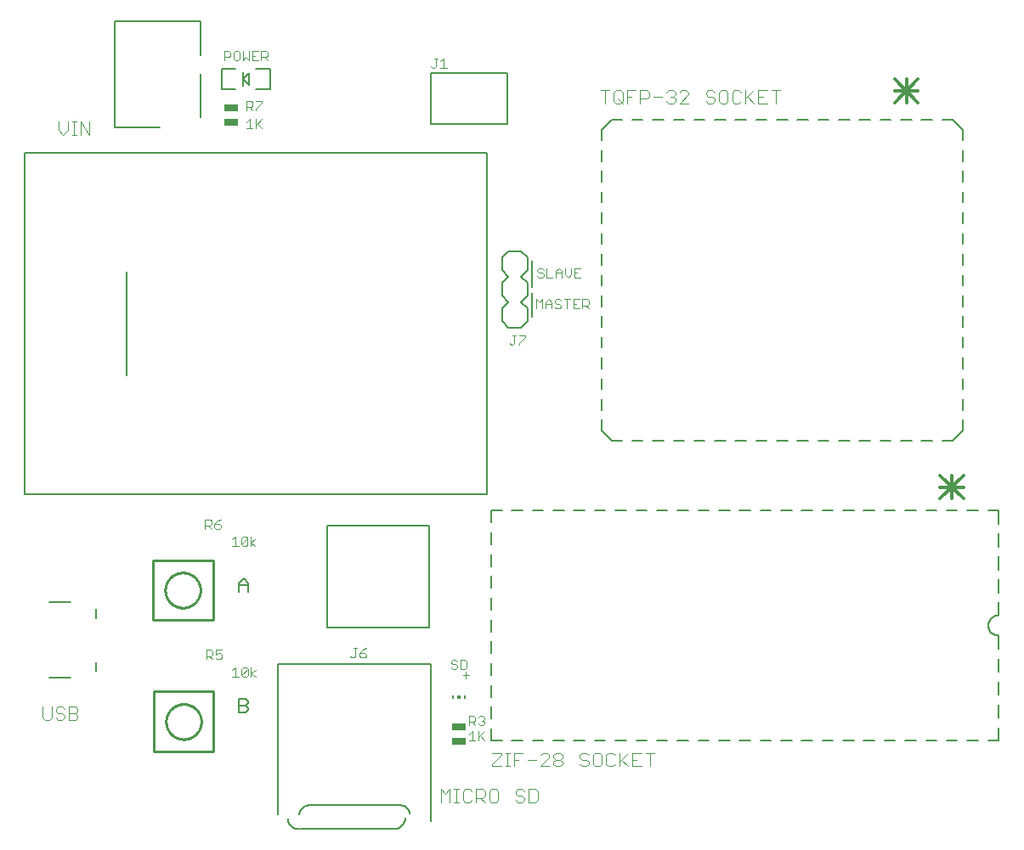
<source format=gto>
G75*
%MOIN*%
%OFA0B0*%
%FSLAX25Y25*%
%IPPOS*%
%LPD*%
%AMOC8*
5,1,8,0,0,1.08239X$1,22.5*
%
%ADD10C,0.01200*%
%ADD11C,0.00400*%
%ADD12C,0.00500*%
%ADD13C,0.00300*%
%ADD14C,0.00787*%
%ADD15R,0.00591X0.01181*%
%ADD16R,0.01181X0.01181*%
%ADD17C,0.00800*%
%ADD18R,0.05512X0.02559*%
%ADD19C,0.01000*%
%ADD20C,0.00600*%
D10*
X0370072Y0132603D02*
X0379280Y0141811D01*
X0374676Y0141811D02*
X0374676Y0132603D01*
X0379280Y0132603D02*
X0370072Y0141811D01*
X0370072Y0137207D02*
X0379280Y0137207D01*
X0361563Y0288115D02*
X0352355Y0297322D01*
X0356959Y0297322D02*
X0356959Y0288115D01*
X0352355Y0288115D02*
X0361563Y0297322D01*
X0361563Y0292718D02*
X0352355Y0292718D01*
D11*
X0018997Y0045688D02*
X0018129Y0046556D01*
X0018129Y0050893D01*
X0021599Y0050893D02*
X0021599Y0046556D01*
X0020731Y0045688D01*
X0018997Y0045688D01*
X0023286Y0046556D02*
X0024153Y0045688D01*
X0025888Y0045688D01*
X0026755Y0046556D01*
X0026755Y0047423D01*
X0025888Y0048290D01*
X0024153Y0048290D01*
X0023286Y0049158D01*
X0023286Y0050025D01*
X0024153Y0050893D01*
X0025888Y0050893D01*
X0026755Y0050025D01*
X0028442Y0050893D02*
X0028442Y0045688D01*
X0031044Y0045688D01*
X0031912Y0046556D01*
X0031912Y0047423D01*
X0031044Y0048290D01*
X0028442Y0048290D01*
X0031044Y0048290D02*
X0031912Y0049158D01*
X0031912Y0050025D01*
X0031044Y0050893D01*
X0028442Y0050893D01*
X0174428Y0018609D02*
X0174428Y0013405D01*
X0177898Y0013405D02*
X0177898Y0018609D01*
X0176163Y0016874D01*
X0174428Y0018609D01*
X0179585Y0018609D02*
X0181320Y0018609D01*
X0180452Y0018609D02*
X0180452Y0013405D01*
X0179585Y0013405D02*
X0181320Y0013405D01*
X0183022Y0014272D02*
X0183890Y0013405D01*
X0185625Y0013405D01*
X0186492Y0014272D01*
X0188179Y0013405D02*
X0188179Y0018609D01*
X0190781Y0018609D01*
X0191648Y0017742D01*
X0191648Y0016007D01*
X0190781Y0015140D01*
X0188179Y0015140D01*
X0189914Y0015140D02*
X0191648Y0013405D01*
X0193335Y0014272D02*
X0194203Y0013405D01*
X0195937Y0013405D01*
X0196805Y0014272D01*
X0196805Y0017742D01*
X0195937Y0018609D01*
X0194203Y0018609D01*
X0193335Y0017742D01*
X0193335Y0014272D01*
X0186492Y0017742D02*
X0185625Y0018609D01*
X0183890Y0018609D01*
X0183022Y0017742D01*
X0183022Y0014272D01*
X0194507Y0027578D02*
X0197977Y0027578D01*
X0199663Y0027578D02*
X0201398Y0027578D01*
X0200531Y0027578D02*
X0200531Y0032782D01*
X0201398Y0032782D02*
X0199663Y0032782D01*
X0197977Y0032782D02*
X0197977Y0031915D01*
X0194507Y0028445D01*
X0194507Y0027578D01*
X0194507Y0032782D02*
X0197977Y0032782D01*
X0203101Y0032782D02*
X0203101Y0027578D01*
X0203101Y0030180D02*
X0204836Y0030180D01*
X0203101Y0032782D02*
X0206571Y0032782D01*
X0208257Y0030180D02*
X0211727Y0030180D01*
X0213414Y0031915D02*
X0214281Y0032782D01*
X0216016Y0032782D01*
X0216884Y0031915D01*
X0216884Y0031048D01*
X0213414Y0027578D01*
X0216884Y0027578D01*
X0218570Y0028445D02*
X0218570Y0029313D01*
X0219438Y0030180D01*
X0221172Y0030180D01*
X0222040Y0029313D01*
X0222040Y0028445D01*
X0221172Y0027578D01*
X0219438Y0027578D01*
X0218570Y0028445D01*
X0219438Y0030180D02*
X0218570Y0031048D01*
X0218570Y0031915D01*
X0219438Y0032782D01*
X0221172Y0032782D01*
X0222040Y0031915D01*
X0222040Y0031048D01*
X0221172Y0030180D01*
X0228883Y0031048D02*
X0229750Y0030180D01*
X0231485Y0030180D01*
X0232353Y0029313D01*
X0232353Y0028445D01*
X0231485Y0027578D01*
X0229750Y0027578D01*
X0228883Y0028445D01*
X0228883Y0031048D02*
X0228883Y0031915D01*
X0229750Y0032782D01*
X0231485Y0032782D01*
X0232353Y0031915D01*
X0234039Y0031915D02*
X0234039Y0028445D01*
X0234907Y0027578D01*
X0236642Y0027578D01*
X0237509Y0028445D01*
X0237509Y0031915D01*
X0236642Y0032782D01*
X0234907Y0032782D01*
X0234039Y0031915D01*
X0239196Y0031915D02*
X0239196Y0028445D01*
X0240063Y0027578D01*
X0241798Y0027578D01*
X0242665Y0028445D01*
X0244352Y0027578D02*
X0244352Y0032782D01*
X0242665Y0031915D02*
X0241798Y0032782D01*
X0240063Y0032782D01*
X0239196Y0031915D01*
X0244352Y0029313D02*
X0247822Y0032782D01*
X0249509Y0032782D02*
X0249509Y0027578D01*
X0252978Y0027578D01*
X0251243Y0030180D02*
X0249509Y0030180D01*
X0249509Y0032782D02*
X0252978Y0032782D01*
X0254665Y0032782D02*
X0258135Y0032782D01*
X0256400Y0032782D02*
X0256400Y0027578D01*
X0247822Y0027578D02*
X0245220Y0030180D01*
X0212274Y0017742D02*
X0212274Y0014272D01*
X0211407Y0013405D01*
X0208804Y0013405D01*
X0208804Y0018609D01*
X0211407Y0018609D01*
X0212274Y0017742D01*
X0207118Y0017742D02*
X0206250Y0018609D01*
X0204515Y0018609D01*
X0203648Y0017742D01*
X0203648Y0016874D01*
X0204515Y0016007D01*
X0206250Y0016007D01*
X0207118Y0015140D01*
X0207118Y0014272D01*
X0206250Y0013405D01*
X0204515Y0013405D01*
X0203648Y0014272D01*
X0202498Y0193117D02*
X0203088Y0193707D01*
X0203088Y0196657D01*
X0202498Y0196657D02*
X0203678Y0196657D01*
X0204943Y0196657D02*
X0207303Y0196657D01*
X0207303Y0196067D01*
X0204943Y0193707D01*
X0204943Y0193117D01*
X0202498Y0193117D02*
X0201908Y0193117D01*
X0201318Y0193707D01*
X0238762Y0287814D02*
X0238762Y0293019D01*
X0240496Y0293019D02*
X0237027Y0293019D01*
X0242183Y0292151D02*
X0242183Y0288682D01*
X0243051Y0287814D01*
X0244785Y0287814D01*
X0245653Y0288682D01*
X0245653Y0292151D01*
X0244785Y0293019D01*
X0243051Y0293019D01*
X0242183Y0292151D01*
X0243918Y0289549D02*
X0245653Y0287814D01*
X0247340Y0287814D02*
X0247340Y0293019D01*
X0250809Y0293019D01*
X0252496Y0293019D02*
X0252496Y0287814D01*
X0252496Y0289549D02*
X0255098Y0289549D01*
X0255966Y0290416D01*
X0255966Y0292151D01*
X0255098Y0293019D01*
X0252496Y0293019D01*
X0249074Y0290416D02*
X0247340Y0290416D01*
X0257652Y0290416D02*
X0261122Y0290416D01*
X0262809Y0288682D02*
X0263676Y0287814D01*
X0265411Y0287814D01*
X0266278Y0288682D01*
X0266278Y0289549D01*
X0265411Y0290416D01*
X0264544Y0290416D01*
X0265411Y0290416D02*
X0266278Y0291284D01*
X0266278Y0292151D01*
X0265411Y0293019D01*
X0263676Y0293019D01*
X0262809Y0292151D01*
X0267965Y0292151D02*
X0268833Y0293019D01*
X0270567Y0293019D01*
X0271435Y0292151D01*
X0271435Y0291284D01*
X0267965Y0287814D01*
X0271435Y0287814D01*
X0278278Y0288682D02*
X0279145Y0287814D01*
X0280880Y0287814D01*
X0281748Y0288682D01*
X0281748Y0289549D01*
X0280880Y0290416D01*
X0279145Y0290416D01*
X0278278Y0291284D01*
X0278278Y0292151D01*
X0279145Y0293019D01*
X0280880Y0293019D01*
X0281748Y0292151D01*
X0283434Y0292151D02*
X0283434Y0288682D01*
X0284302Y0287814D01*
X0286037Y0287814D01*
X0286904Y0288682D01*
X0286904Y0292151D01*
X0286037Y0293019D01*
X0284302Y0293019D01*
X0283434Y0292151D01*
X0288591Y0292151D02*
X0288591Y0288682D01*
X0289458Y0287814D01*
X0291193Y0287814D01*
X0292060Y0288682D01*
X0293747Y0289549D02*
X0297217Y0293019D01*
X0298904Y0293019D02*
X0298904Y0287814D01*
X0302373Y0287814D01*
X0300638Y0290416D02*
X0298904Y0290416D01*
X0298904Y0293019D02*
X0302373Y0293019D01*
X0304060Y0293019D02*
X0307530Y0293019D01*
X0305795Y0293019D02*
X0305795Y0287814D01*
X0297217Y0287814D02*
X0294615Y0290416D01*
X0293747Y0287814D02*
X0293747Y0293019D01*
X0292060Y0292151D02*
X0291193Y0293019D01*
X0289458Y0293019D01*
X0288591Y0292151D01*
X0036521Y0280726D02*
X0036521Y0275521D01*
X0033051Y0280726D01*
X0033051Y0275521D01*
X0031349Y0275521D02*
X0029614Y0275521D01*
X0030481Y0275521D02*
X0030481Y0280726D01*
X0029614Y0280726D02*
X0031349Y0280726D01*
X0027927Y0280726D02*
X0027927Y0277256D01*
X0026192Y0275521D01*
X0024457Y0277256D01*
X0024457Y0280726D01*
D12*
X0011236Y0268323D02*
X0192339Y0268323D01*
X0192339Y0134465D01*
X0011236Y0134465D01*
X0011236Y0268323D01*
X0051000Y0221866D02*
X0051000Y0180921D01*
X0129819Y0122181D02*
X0169819Y0122181D01*
X0169819Y0082181D01*
X0129819Y0082181D01*
X0129819Y0122181D01*
X0098754Y0099542D02*
X0098754Y0095935D01*
X0098754Y0098640D02*
X0095148Y0098640D01*
X0095148Y0099542D02*
X0096951Y0101345D01*
X0098754Y0099542D01*
X0095148Y0099542D02*
X0095148Y0095935D01*
X0110272Y0067870D02*
X0110272Y0008677D01*
X0114372Y0007128D02*
X0114374Y0007001D01*
X0114380Y0006874D01*
X0114389Y0006748D01*
X0114403Y0006622D01*
X0114420Y0006496D01*
X0114441Y0006371D01*
X0114466Y0006246D01*
X0114494Y0006123D01*
X0114526Y0006000D01*
X0114562Y0005878D01*
X0114602Y0005758D01*
X0114645Y0005639D01*
X0114692Y0005521D01*
X0114742Y0005404D01*
X0114796Y0005289D01*
X0114853Y0005176D01*
X0114914Y0005065D01*
X0114978Y0004955D01*
X0115045Y0004848D01*
X0115115Y0004742D01*
X0115189Y0004639D01*
X0115266Y0004538D01*
X0115346Y0004439D01*
X0115428Y0004343D01*
X0115514Y0004249D01*
X0115602Y0004158D01*
X0115693Y0004070D01*
X0115787Y0003984D01*
X0115883Y0003902D01*
X0115982Y0003822D01*
X0116083Y0003745D01*
X0116186Y0003671D01*
X0116292Y0003601D01*
X0116399Y0003534D01*
X0116509Y0003470D01*
X0116620Y0003409D01*
X0116733Y0003352D01*
X0116848Y0003298D01*
X0116965Y0003248D01*
X0117083Y0003201D01*
X0117202Y0003158D01*
X0117322Y0003118D01*
X0117444Y0003082D01*
X0117567Y0003050D01*
X0117690Y0003022D01*
X0117815Y0002997D01*
X0117940Y0002976D01*
X0118066Y0002959D01*
X0118192Y0002945D01*
X0118318Y0002936D01*
X0118445Y0002930D01*
X0118572Y0002928D01*
X0118872Y0002928D01*
X0119071Y0002929D02*
X0155291Y0002929D01*
X0155426Y0002920D01*
X0155562Y0002915D01*
X0155697Y0002913D01*
X0155832Y0002915D01*
X0155968Y0002921D01*
X0156103Y0002931D01*
X0156237Y0002945D01*
X0156372Y0002963D01*
X0156505Y0002985D01*
X0156638Y0003010D01*
X0156771Y0003039D01*
X0156902Y0003072D01*
X0157032Y0003108D01*
X0157161Y0003149D01*
X0157290Y0003193D01*
X0157416Y0003240D01*
X0157542Y0003292D01*
X0157665Y0003346D01*
X0157788Y0003405D01*
X0157908Y0003467D01*
X0158027Y0003532D01*
X0158144Y0003600D01*
X0158258Y0003672D01*
X0158371Y0003747D01*
X0158481Y0003826D01*
X0158590Y0003907D01*
X0158695Y0003991D01*
X0158799Y0004079D01*
X0158900Y0004169D01*
X0158998Y0004262D01*
X0159093Y0004358D01*
X0159186Y0004457D01*
X0159276Y0004558D01*
X0159363Y0004662D01*
X0159447Y0004768D01*
X0159528Y0004877D01*
X0159605Y0004988D01*
X0159680Y0005101D01*
X0159751Y0005216D01*
X0159819Y0005333D01*
X0159884Y0005452D01*
X0159945Y0005573D01*
X0160003Y0005695D01*
X0160057Y0005820D01*
X0160107Y0005945D01*
X0160154Y0006072D01*
X0160198Y0006200D01*
X0160237Y0006330D01*
X0160273Y0006460D01*
X0160306Y0006592D01*
X0160334Y0006724D01*
X0160359Y0006857D01*
X0160379Y0006991D01*
X0160396Y0007126D01*
X0160410Y0007260D01*
X0162072Y0008928D02*
X0162070Y0009041D01*
X0162064Y0009153D01*
X0162055Y0009265D01*
X0162041Y0009377D01*
X0162024Y0009489D01*
X0162003Y0009599D01*
X0161978Y0009709D01*
X0161950Y0009818D01*
X0161917Y0009926D01*
X0161881Y0010033D01*
X0161842Y0010139D01*
X0161799Y0010243D01*
X0161752Y0010345D01*
X0161702Y0010446D01*
X0161648Y0010545D01*
X0161592Y0010643D01*
X0161531Y0010738D01*
X0161468Y0010831D01*
X0161401Y0010922D01*
X0161332Y0011011D01*
X0161259Y0011097D01*
X0161184Y0011180D01*
X0161105Y0011261D01*
X0161024Y0011340D01*
X0160941Y0011415D01*
X0160855Y0011488D01*
X0160766Y0011557D01*
X0160675Y0011624D01*
X0160582Y0011687D01*
X0160487Y0011748D01*
X0160389Y0011804D01*
X0160290Y0011858D01*
X0160189Y0011908D01*
X0160087Y0011955D01*
X0159983Y0011998D01*
X0159877Y0012037D01*
X0159770Y0012073D01*
X0159662Y0012106D01*
X0159553Y0012134D01*
X0159443Y0012159D01*
X0159333Y0012180D01*
X0159221Y0012197D01*
X0159109Y0012211D01*
X0158997Y0012220D01*
X0158885Y0012226D01*
X0158772Y0012228D01*
X0157772Y0012228D01*
X0157672Y0012228D02*
X0122472Y0012228D01*
X0122354Y0012226D01*
X0122237Y0012220D01*
X0122119Y0012211D01*
X0122002Y0012197D01*
X0121886Y0012180D01*
X0121770Y0012159D01*
X0121655Y0012134D01*
X0121540Y0012105D01*
X0121427Y0012073D01*
X0121315Y0012037D01*
X0121204Y0011997D01*
X0121094Y0011954D01*
X0120986Y0011907D01*
X0120880Y0011857D01*
X0120775Y0011803D01*
X0120672Y0011746D01*
X0120571Y0011685D01*
X0120472Y0011621D01*
X0120375Y0011554D01*
X0120280Y0011484D01*
X0120188Y0011411D01*
X0120098Y0011335D01*
X0120011Y0011256D01*
X0119926Y0011174D01*
X0119844Y0011089D01*
X0119765Y0011002D01*
X0119689Y0010912D01*
X0119616Y0010820D01*
X0119546Y0010725D01*
X0119479Y0010628D01*
X0119415Y0010529D01*
X0119354Y0010428D01*
X0119297Y0010325D01*
X0119243Y0010220D01*
X0119193Y0010114D01*
X0119146Y0010006D01*
X0119103Y0009896D01*
X0119063Y0009785D01*
X0119027Y0009673D01*
X0118995Y0009560D01*
X0118966Y0009445D01*
X0118941Y0009330D01*
X0118920Y0009214D01*
X0118903Y0009098D01*
X0118889Y0008981D01*
X0118880Y0008863D01*
X0118874Y0008746D01*
X0118872Y0008628D01*
X0170390Y0005921D02*
X0170390Y0067870D01*
X0110272Y0067870D01*
X0097853Y0054101D02*
X0095148Y0054101D01*
X0095148Y0048691D01*
X0097853Y0048691D01*
X0098754Y0049593D01*
X0098754Y0050494D01*
X0097853Y0051396D01*
X0095148Y0051396D01*
X0097853Y0051396D02*
X0098754Y0052298D01*
X0098754Y0053199D01*
X0097853Y0054101D01*
X0237339Y0159386D02*
X0241276Y0155449D01*
X0245444Y0155449D01*
X0249381Y0155449D02*
X0253550Y0155449D01*
X0257487Y0155449D02*
X0261655Y0155449D01*
X0265592Y0155449D02*
X0269761Y0155449D01*
X0273698Y0155449D02*
X0277867Y0155449D01*
X0281804Y0155449D02*
X0285972Y0155449D01*
X0289909Y0155449D02*
X0294078Y0155449D01*
X0298015Y0155449D02*
X0302183Y0155449D01*
X0306120Y0155449D02*
X0310289Y0155449D01*
X0314226Y0155449D02*
X0318395Y0155449D01*
X0322332Y0155449D02*
X0326500Y0155449D01*
X0330437Y0155449D02*
X0334606Y0155449D01*
X0338543Y0155449D02*
X0342711Y0155449D01*
X0346648Y0155449D02*
X0350817Y0155449D01*
X0354754Y0155449D02*
X0358923Y0155449D01*
X0362860Y0155449D02*
X0367028Y0155449D01*
X0370965Y0155449D02*
X0375134Y0155449D01*
X0379071Y0159386D01*
X0379071Y0163585D01*
X0379071Y0167522D02*
X0379071Y0171722D01*
X0379071Y0175659D02*
X0379071Y0179858D01*
X0379071Y0183795D02*
X0379071Y0187995D01*
X0379071Y0191932D02*
X0379071Y0196131D01*
X0379071Y0200068D02*
X0379071Y0204268D01*
X0379071Y0208205D02*
X0379071Y0212404D01*
X0379071Y0216341D02*
X0379071Y0220541D01*
X0379071Y0224478D02*
X0379071Y0228677D01*
X0379071Y0232614D02*
X0379071Y0236814D01*
X0379071Y0240751D02*
X0379071Y0244950D01*
X0379071Y0248887D02*
X0379071Y0253087D01*
X0379071Y0257024D02*
X0379071Y0261223D01*
X0379071Y0265160D02*
X0379071Y0269360D01*
X0379071Y0273297D02*
X0379071Y0277496D01*
X0375134Y0281433D01*
X0370965Y0281433D01*
X0367028Y0281433D02*
X0362860Y0281433D01*
X0358923Y0281433D02*
X0354754Y0281433D01*
X0350817Y0281433D02*
X0346648Y0281433D01*
X0342711Y0281433D02*
X0338543Y0281433D01*
X0334606Y0281433D02*
X0330437Y0281433D01*
X0326500Y0281433D02*
X0322332Y0281433D01*
X0318395Y0281433D02*
X0314226Y0281433D01*
X0310289Y0281433D02*
X0306120Y0281433D01*
X0302183Y0281433D02*
X0298015Y0281433D01*
X0294078Y0281433D02*
X0289909Y0281433D01*
X0285972Y0281433D02*
X0281804Y0281433D01*
X0277867Y0281433D02*
X0273698Y0281433D01*
X0269761Y0281433D02*
X0265592Y0281433D01*
X0261655Y0281433D02*
X0257487Y0281433D01*
X0253550Y0281433D02*
X0249381Y0281433D01*
X0245444Y0281433D02*
X0241276Y0281433D01*
X0237339Y0277496D01*
X0237339Y0273297D01*
X0237339Y0269360D02*
X0237339Y0265160D01*
X0237339Y0261223D02*
X0237339Y0257024D01*
X0237339Y0253087D02*
X0237339Y0248887D01*
X0237339Y0244950D02*
X0237339Y0240751D01*
X0237339Y0236814D02*
X0237339Y0232614D01*
X0237339Y0228677D02*
X0237339Y0224478D01*
X0237339Y0220541D02*
X0237339Y0216341D01*
X0237339Y0212404D02*
X0237339Y0208205D01*
X0237339Y0204268D02*
X0237339Y0200068D01*
X0237339Y0196131D02*
X0237339Y0191932D01*
X0237339Y0187995D02*
X0237339Y0183795D01*
X0237339Y0179858D02*
X0237339Y0175659D01*
X0237339Y0171722D02*
X0237339Y0167522D01*
X0237339Y0163585D02*
X0237339Y0159386D01*
D13*
X0232332Y0207252D02*
X0231119Y0208466D01*
X0231726Y0208466D02*
X0229906Y0208466D01*
X0229906Y0207252D02*
X0229906Y0210892D01*
X0231726Y0210892D01*
X0232332Y0210286D01*
X0232332Y0209072D01*
X0231726Y0208466D01*
X0228707Y0207252D02*
X0226280Y0207252D01*
X0226280Y0210892D01*
X0228707Y0210892D01*
X0227494Y0209072D02*
X0226280Y0209072D01*
X0225082Y0210892D02*
X0222655Y0210892D01*
X0223869Y0210892D02*
X0223869Y0207252D01*
X0221457Y0207859D02*
X0220850Y0207252D01*
X0219637Y0207252D01*
X0219030Y0207859D01*
X0217832Y0207252D02*
X0217832Y0209679D01*
X0216618Y0210892D01*
X0215405Y0209679D01*
X0215405Y0207252D01*
X0214207Y0207252D02*
X0214207Y0210892D01*
X0212993Y0209679D01*
X0211780Y0210892D01*
X0211780Y0207252D01*
X0215405Y0209072D02*
X0217832Y0209072D01*
X0219030Y0209679D02*
X0219637Y0209072D01*
X0220850Y0209072D01*
X0221457Y0208466D01*
X0221457Y0207859D01*
X0221457Y0210286D02*
X0220850Y0210892D01*
X0219637Y0210892D01*
X0219030Y0210286D01*
X0219030Y0209679D01*
X0219424Y0219457D02*
X0219424Y0221884D01*
X0220637Y0223097D01*
X0221851Y0221884D01*
X0221851Y0219457D01*
X0223049Y0220670D02*
X0223049Y0223097D01*
X0221851Y0221277D02*
X0219424Y0221277D01*
X0218225Y0219457D02*
X0215799Y0219457D01*
X0215799Y0223097D01*
X0214600Y0222491D02*
X0213994Y0223097D01*
X0212780Y0223097D01*
X0212174Y0222491D01*
X0212174Y0221884D01*
X0212780Y0221277D01*
X0213994Y0221277D01*
X0214600Y0220670D01*
X0214600Y0220064D01*
X0213994Y0219457D01*
X0212780Y0219457D01*
X0212174Y0220064D01*
X0223049Y0220670D02*
X0224262Y0219457D01*
X0225476Y0220670D01*
X0225476Y0223097D01*
X0226674Y0223097D02*
X0226674Y0219457D01*
X0229101Y0219457D01*
X0227888Y0221277D02*
X0226674Y0221277D01*
X0226674Y0223097D02*
X0229101Y0223097D01*
X0176611Y0301796D02*
X0174185Y0301796D01*
X0175398Y0301796D02*
X0175398Y0305436D01*
X0174185Y0304222D01*
X0172986Y0305436D02*
X0171773Y0305436D01*
X0172380Y0305436D02*
X0172380Y0302402D01*
X0171773Y0301796D01*
X0171166Y0301796D01*
X0170559Y0302402D01*
X0106310Y0304681D02*
X0105096Y0305895D01*
X0105703Y0305895D02*
X0103883Y0305895D01*
X0103883Y0304681D02*
X0103883Y0308322D01*
X0105703Y0308322D01*
X0106310Y0307715D01*
X0106310Y0306502D01*
X0105703Y0305895D01*
X0102684Y0304681D02*
X0100258Y0304681D01*
X0100258Y0308322D01*
X0102684Y0308322D01*
X0101471Y0306502D02*
X0100258Y0306502D01*
X0099059Y0308322D02*
X0099059Y0304681D01*
X0097846Y0305895D01*
X0096633Y0304681D01*
X0096633Y0308322D01*
X0095434Y0307715D02*
X0094827Y0308322D01*
X0093614Y0308322D01*
X0093007Y0307715D01*
X0093007Y0305288D01*
X0093614Y0304681D01*
X0094827Y0304681D01*
X0095434Y0305288D01*
X0095434Y0307715D01*
X0091809Y0307715D02*
X0091809Y0306502D01*
X0091202Y0305895D01*
X0089382Y0305895D01*
X0089382Y0304681D02*
X0089382Y0308322D01*
X0091202Y0308322D01*
X0091809Y0307715D01*
X0098150Y0288711D02*
X0099970Y0288711D01*
X0100577Y0288105D01*
X0100577Y0286891D01*
X0099970Y0286285D01*
X0098150Y0286285D01*
X0099363Y0286285D02*
X0100577Y0285071D01*
X0101775Y0285071D02*
X0101775Y0285678D01*
X0104202Y0288105D01*
X0104202Y0288711D01*
X0101775Y0288711D01*
X0098150Y0288711D02*
X0098150Y0285071D01*
X0099363Y0281617D02*
X0099363Y0277977D01*
X0098150Y0277977D02*
X0100577Y0277977D01*
X0101775Y0277977D02*
X0101775Y0281617D01*
X0102382Y0279797D02*
X0104202Y0277977D01*
X0101775Y0279190D02*
X0104202Y0281617D01*
X0099363Y0281617D02*
X0098150Y0280404D01*
X0087930Y0124515D02*
X0086717Y0123908D01*
X0085503Y0122694D01*
X0087324Y0122694D01*
X0087930Y0122088D01*
X0087930Y0121481D01*
X0087324Y0120874D01*
X0086110Y0120874D01*
X0085503Y0121481D01*
X0085503Y0122694D01*
X0084305Y0122694D02*
X0083698Y0122088D01*
X0081878Y0122088D01*
X0081878Y0120874D02*
X0081878Y0124515D01*
X0083698Y0124515D01*
X0084305Y0123908D01*
X0084305Y0122694D01*
X0083092Y0122088D02*
X0084305Y0120874D01*
X0092508Y0116569D02*
X0093722Y0117782D01*
X0093722Y0114142D01*
X0094935Y0114142D02*
X0092508Y0114142D01*
X0096133Y0114749D02*
X0098560Y0117176D01*
X0098560Y0114749D01*
X0097953Y0114142D01*
X0096740Y0114142D01*
X0096133Y0114749D01*
X0096133Y0117176D01*
X0096740Y0117782D01*
X0097953Y0117782D01*
X0098560Y0117176D01*
X0099759Y0117782D02*
X0099759Y0114142D01*
X0099759Y0115355D02*
X0101579Y0114142D01*
X0099759Y0115355D02*
X0101579Y0116569D01*
X0088403Y0073215D02*
X0085976Y0073215D01*
X0085976Y0071395D01*
X0087189Y0072002D01*
X0087796Y0072002D01*
X0088403Y0071395D01*
X0088403Y0070182D01*
X0087796Y0069575D01*
X0086583Y0069575D01*
X0085976Y0070182D01*
X0084778Y0069575D02*
X0083564Y0070789D01*
X0084171Y0070789D02*
X0082351Y0070789D01*
X0082351Y0069575D02*
X0082351Y0073215D01*
X0084171Y0073215D01*
X0084778Y0072609D01*
X0084778Y0071395D01*
X0084171Y0070789D01*
X0092587Y0065270D02*
X0093800Y0066483D01*
X0093800Y0062843D01*
X0092587Y0062843D02*
X0095014Y0062843D01*
X0096212Y0063450D02*
X0098639Y0065876D01*
X0098639Y0063450D01*
X0098032Y0062843D01*
X0096819Y0062843D01*
X0096212Y0063450D01*
X0096212Y0065876D01*
X0096819Y0066483D01*
X0098032Y0066483D01*
X0098639Y0065876D01*
X0099837Y0066483D02*
X0099837Y0062843D01*
X0099837Y0064056D02*
X0101657Y0065270D01*
X0099837Y0064056D02*
X0101657Y0062843D01*
X0138906Y0070851D02*
X0139513Y0070244D01*
X0140119Y0070244D01*
X0140726Y0070851D01*
X0140726Y0073885D01*
X0140119Y0073885D02*
X0141333Y0073885D01*
X0142531Y0072065D02*
X0144351Y0072065D01*
X0144958Y0071458D01*
X0144958Y0070851D01*
X0144351Y0070244D01*
X0143138Y0070244D01*
X0142531Y0070851D01*
X0142531Y0072065D01*
X0143744Y0073278D01*
X0144958Y0073885D01*
X0178394Y0068790D02*
X0178394Y0068183D01*
X0179001Y0067576D01*
X0180214Y0067576D01*
X0180821Y0066970D01*
X0180821Y0066363D01*
X0180214Y0065756D01*
X0179001Y0065756D01*
X0178394Y0066363D01*
X0178394Y0068790D02*
X0179001Y0069396D01*
X0180214Y0069396D01*
X0180821Y0068790D01*
X0182019Y0069396D02*
X0182019Y0065756D01*
X0183839Y0065756D01*
X0184446Y0066363D01*
X0184446Y0068790D01*
X0183839Y0069396D01*
X0182019Y0069396D01*
X0184213Y0064606D02*
X0184213Y0062137D01*
X0182979Y0063372D02*
X0185447Y0063372D01*
X0185433Y0047333D02*
X0187254Y0047333D01*
X0187860Y0046727D01*
X0187860Y0045513D01*
X0187254Y0044907D01*
X0185433Y0044907D01*
X0185433Y0043693D02*
X0185433Y0047333D01*
X0186647Y0044907D02*
X0187860Y0043693D01*
X0189059Y0044300D02*
X0189665Y0043693D01*
X0190879Y0043693D01*
X0191485Y0044300D01*
X0191485Y0044907D01*
X0190879Y0045513D01*
X0190272Y0045513D01*
X0190879Y0045513D02*
X0191485Y0046120D01*
X0191485Y0046727D01*
X0190879Y0047333D01*
X0189665Y0047333D01*
X0189059Y0046727D01*
X0189059Y0041420D02*
X0189059Y0037780D01*
X0187860Y0037780D02*
X0185433Y0037780D01*
X0186647Y0037780D02*
X0186647Y0041420D01*
X0185433Y0040207D01*
X0189059Y0038993D02*
X0191485Y0041420D01*
X0189665Y0039600D02*
X0191485Y0037780D01*
D14*
X0210055Y0203953D02*
X0210055Y0213402D01*
X0210055Y0215764D02*
X0210055Y0226000D01*
D15*
X0183874Y0054780D03*
X0179150Y0054780D03*
D16*
X0181512Y0054780D03*
D17*
X0038953Y0064976D02*
X0038953Y0068520D01*
X0029110Y0062220D02*
X0020843Y0062220D01*
X0038953Y0085843D02*
X0038953Y0089386D01*
X0029110Y0092142D02*
X0020843Y0092142D01*
X0198362Y0202240D02*
X0200862Y0199740D01*
X0205862Y0199740D01*
X0208362Y0202240D01*
X0208362Y0207240D01*
X0205862Y0209740D01*
X0208362Y0212240D01*
X0208362Y0217240D01*
X0205862Y0219740D01*
X0208362Y0222240D01*
X0208362Y0227240D01*
X0205862Y0229740D01*
X0200862Y0229740D01*
X0198362Y0227240D01*
X0198362Y0222240D01*
X0200862Y0219740D01*
X0198362Y0217240D01*
X0198362Y0212240D01*
X0200862Y0209740D01*
X0198362Y0207240D01*
X0198362Y0202240D01*
X0200409Y0279858D02*
X0170409Y0279858D01*
X0170409Y0299858D01*
X0200409Y0299858D01*
X0200409Y0279858D01*
X0107299Y0293520D02*
X0107299Y0301394D01*
X0101787Y0301394D01*
X0099031Y0299819D02*
X0096669Y0297457D01*
X0099031Y0295094D01*
X0099031Y0299819D01*
X0096669Y0300213D02*
X0096669Y0297457D01*
X0096669Y0294701D01*
X0093913Y0293520D02*
X0088402Y0293520D01*
X0088402Y0301394D01*
X0093913Y0301394D01*
X0101787Y0293520D02*
X0107299Y0293520D01*
X0079937Y0299268D02*
X0079937Y0282339D01*
X0064189Y0278402D02*
X0046472Y0278402D01*
X0046472Y0320134D01*
X0046669Y0320134D01*
X0046472Y0320134D02*
X0079937Y0320134D01*
X0079937Y0306709D01*
D18*
X0091939Y0286163D03*
X0091939Y0280363D03*
X0181348Y0043131D03*
X0181348Y0037331D03*
D19*
X0085252Y0033283D02*
X0085252Y0056906D01*
X0061630Y0056906D01*
X0061630Y0033283D01*
X0085252Y0033283D01*
X0066551Y0045094D02*
X0066553Y0045263D01*
X0066559Y0045432D01*
X0066570Y0045601D01*
X0066584Y0045769D01*
X0066603Y0045937D01*
X0066626Y0046105D01*
X0066652Y0046272D01*
X0066683Y0046438D01*
X0066718Y0046604D01*
X0066757Y0046768D01*
X0066801Y0046932D01*
X0066848Y0047094D01*
X0066899Y0047255D01*
X0066954Y0047415D01*
X0067013Y0047574D01*
X0067075Y0047731D01*
X0067142Y0047886D01*
X0067213Y0048040D01*
X0067287Y0048192D01*
X0067365Y0048342D01*
X0067446Y0048490D01*
X0067531Y0048636D01*
X0067620Y0048780D01*
X0067712Y0048922D01*
X0067808Y0049061D01*
X0067907Y0049198D01*
X0068009Y0049333D01*
X0068115Y0049465D01*
X0068224Y0049594D01*
X0068336Y0049721D01*
X0068451Y0049845D01*
X0068569Y0049966D01*
X0068690Y0050084D01*
X0068814Y0050199D01*
X0068941Y0050311D01*
X0069070Y0050420D01*
X0069202Y0050526D01*
X0069337Y0050628D01*
X0069474Y0050727D01*
X0069613Y0050823D01*
X0069755Y0050915D01*
X0069899Y0051004D01*
X0070045Y0051089D01*
X0070193Y0051170D01*
X0070343Y0051248D01*
X0070495Y0051322D01*
X0070649Y0051393D01*
X0070804Y0051460D01*
X0070961Y0051522D01*
X0071120Y0051581D01*
X0071280Y0051636D01*
X0071441Y0051687D01*
X0071603Y0051734D01*
X0071767Y0051778D01*
X0071931Y0051817D01*
X0072097Y0051852D01*
X0072263Y0051883D01*
X0072430Y0051909D01*
X0072598Y0051932D01*
X0072766Y0051951D01*
X0072934Y0051965D01*
X0073103Y0051976D01*
X0073272Y0051982D01*
X0073441Y0051984D01*
X0073610Y0051982D01*
X0073779Y0051976D01*
X0073948Y0051965D01*
X0074116Y0051951D01*
X0074284Y0051932D01*
X0074452Y0051909D01*
X0074619Y0051883D01*
X0074785Y0051852D01*
X0074951Y0051817D01*
X0075115Y0051778D01*
X0075279Y0051734D01*
X0075441Y0051687D01*
X0075602Y0051636D01*
X0075762Y0051581D01*
X0075921Y0051522D01*
X0076078Y0051460D01*
X0076233Y0051393D01*
X0076387Y0051322D01*
X0076539Y0051248D01*
X0076689Y0051170D01*
X0076837Y0051089D01*
X0076983Y0051004D01*
X0077127Y0050915D01*
X0077269Y0050823D01*
X0077408Y0050727D01*
X0077545Y0050628D01*
X0077680Y0050526D01*
X0077812Y0050420D01*
X0077941Y0050311D01*
X0078068Y0050199D01*
X0078192Y0050084D01*
X0078313Y0049966D01*
X0078431Y0049845D01*
X0078546Y0049721D01*
X0078658Y0049594D01*
X0078767Y0049465D01*
X0078873Y0049333D01*
X0078975Y0049198D01*
X0079074Y0049061D01*
X0079170Y0048922D01*
X0079262Y0048780D01*
X0079351Y0048636D01*
X0079436Y0048490D01*
X0079517Y0048342D01*
X0079595Y0048192D01*
X0079669Y0048040D01*
X0079740Y0047886D01*
X0079807Y0047731D01*
X0079869Y0047574D01*
X0079928Y0047415D01*
X0079983Y0047255D01*
X0080034Y0047094D01*
X0080081Y0046932D01*
X0080125Y0046768D01*
X0080164Y0046604D01*
X0080199Y0046438D01*
X0080230Y0046272D01*
X0080256Y0046105D01*
X0080279Y0045937D01*
X0080298Y0045769D01*
X0080312Y0045601D01*
X0080323Y0045432D01*
X0080329Y0045263D01*
X0080331Y0045094D01*
X0080329Y0044925D01*
X0080323Y0044756D01*
X0080312Y0044587D01*
X0080298Y0044419D01*
X0080279Y0044251D01*
X0080256Y0044083D01*
X0080230Y0043916D01*
X0080199Y0043750D01*
X0080164Y0043584D01*
X0080125Y0043420D01*
X0080081Y0043256D01*
X0080034Y0043094D01*
X0079983Y0042933D01*
X0079928Y0042773D01*
X0079869Y0042614D01*
X0079807Y0042457D01*
X0079740Y0042302D01*
X0079669Y0042148D01*
X0079595Y0041996D01*
X0079517Y0041846D01*
X0079436Y0041698D01*
X0079351Y0041552D01*
X0079262Y0041408D01*
X0079170Y0041266D01*
X0079074Y0041127D01*
X0078975Y0040990D01*
X0078873Y0040855D01*
X0078767Y0040723D01*
X0078658Y0040594D01*
X0078546Y0040467D01*
X0078431Y0040343D01*
X0078313Y0040222D01*
X0078192Y0040104D01*
X0078068Y0039989D01*
X0077941Y0039877D01*
X0077812Y0039768D01*
X0077680Y0039662D01*
X0077545Y0039560D01*
X0077408Y0039461D01*
X0077269Y0039365D01*
X0077127Y0039273D01*
X0076983Y0039184D01*
X0076837Y0039099D01*
X0076689Y0039018D01*
X0076539Y0038940D01*
X0076387Y0038866D01*
X0076233Y0038795D01*
X0076078Y0038728D01*
X0075921Y0038666D01*
X0075762Y0038607D01*
X0075602Y0038552D01*
X0075441Y0038501D01*
X0075279Y0038454D01*
X0075115Y0038410D01*
X0074951Y0038371D01*
X0074785Y0038336D01*
X0074619Y0038305D01*
X0074452Y0038279D01*
X0074284Y0038256D01*
X0074116Y0038237D01*
X0073948Y0038223D01*
X0073779Y0038212D01*
X0073610Y0038206D01*
X0073441Y0038204D01*
X0073272Y0038206D01*
X0073103Y0038212D01*
X0072934Y0038223D01*
X0072766Y0038237D01*
X0072598Y0038256D01*
X0072430Y0038279D01*
X0072263Y0038305D01*
X0072097Y0038336D01*
X0071931Y0038371D01*
X0071767Y0038410D01*
X0071603Y0038454D01*
X0071441Y0038501D01*
X0071280Y0038552D01*
X0071120Y0038607D01*
X0070961Y0038666D01*
X0070804Y0038728D01*
X0070649Y0038795D01*
X0070495Y0038866D01*
X0070343Y0038940D01*
X0070193Y0039018D01*
X0070045Y0039099D01*
X0069899Y0039184D01*
X0069755Y0039273D01*
X0069613Y0039365D01*
X0069474Y0039461D01*
X0069337Y0039560D01*
X0069202Y0039662D01*
X0069070Y0039768D01*
X0068941Y0039877D01*
X0068814Y0039989D01*
X0068690Y0040104D01*
X0068569Y0040222D01*
X0068451Y0040343D01*
X0068336Y0040467D01*
X0068224Y0040594D01*
X0068115Y0040723D01*
X0068009Y0040855D01*
X0067907Y0040990D01*
X0067808Y0041127D01*
X0067712Y0041266D01*
X0067620Y0041408D01*
X0067531Y0041552D01*
X0067446Y0041698D01*
X0067365Y0041846D01*
X0067287Y0041996D01*
X0067213Y0042148D01*
X0067142Y0042302D01*
X0067075Y0042457D01*
X0067013Y0042614D01*
X0066954Y0042773D01*
X0066899Y0042933D01*
X0066848Y0043094D01*
X0066801Y0043256D01*
X0066757Y0043420D01*
X0066718Y0043584D01*
X0066683Y0043750D01*
X0066652Y0043916D01*
X0066626Y0044083D01*
X0066603Y0044251D01*
X0066584Y0044419D01*
X0066570Y0044587D01*
X0066559Y0044756D01*
X0066553Y0044925D01*
X0066551Y0045094D01*
X0061315Y0084898D02*
X0061315Y0108520D01*
X0084937Y0108520D01*
X0084937Y0084898D01*
X0061315Y0084898D01*
X0066236Y0096709D02*
X0066238Y0096878D01*
X0066244Y0097047D01*
X0066255Y0097216D01*
X0066269Y0097384D01*
X0066288Y0097552D01*
X0066311Y0097720D01*
X0066337Y0097887D01*
X0066368Y0098053D01*
X0066403Y0098219D01*
X0066442Y0098383D01*
X0066486Y0098547D01*
X0066533Y0098709D01*
X0066584Y0098870D01*
X0066639Y0099030D01*
X0066698Y0099189D01*
X0066760Y0099346D01*
X0066827Y0099501D01*
X0066898Y0099655D01*
X0066972Y0099807D01*
X0067050Y0099957D01*
X0067131Y0100105D01*
X0067216Y0100251D01*
X0067305Y0100395D01*
X0067397Y0100537D01*
X0067493Y0100676D01*
X0067592Y0100813D01*
X0067694Y0100948D01*
X0067800Y0101080D01*
X0067909Y0101209D01*
X0068021Y0101336D01*
X0068136Y0101460D01*
X0068254Y0101581D01*
X0068375Y0101699D01*
X0068499Y0101814D01*
X0068626Y0101926D01*
X0068755Y0102035D01*
X0068887Y0102141D01*
X0069022Y0102243D01*
X0069159Y0102342D01*
X0069298Y0102438D01*
X0069440Y0102530D01*
X0069584Y0102619D01*
X0069730Y0102704D01*
X0069878Y0102785D01*
X0070028Y0102863D01*
X0070180Y0102937D01*
X0070334Y0103008D01*
X0070489Y0103075D01*
X0070646Y0103137D01*
X0070805Y0103196D01*
X0070965Y0103251D01*
X0071126Y0103302D01*
X0071288Y0103349D01*
X0071452Y0103393D01*
X0071616Y0103432D01*
X0071782Y0103467D01*
X0071948Y0103498D01*
X0072115Y0103524D01*
X0072283Y0103547D01*
X0072451Y0103566D01*
X0072619Y0103580D01*
X0072788Y0103591D01*
X0072957Y0103597D01*
X0073126Y0103599D01*
X0073295Y0103597D01*
X0073464Y0103591D01*
X0073633Y0103580D01*
X0073801Y0103566D01*
X0073969Y0103547D01*
X0074137Y0103524D01*
X0074304Y0103498D01*
X0074470Y0103467D01*
X0074636Y0103432D01*
X0074800Y0103393D01*
X0074964Y0103349D01*
X0075126Y0103302D01*
X0075287Y0103251D01*
X0075447Y0103196D01*
X0075606Y0103137D01*
X0075763Y0103075D01*
X0075918Y0103008D01*
X0076072Y0102937D01*
X0076224Y0102863D01*
X0076374Y0102785D01*
X0076522Y0102704D01*
X0076668Y0102619D01*
X0076812Y0102530D01*
X0076954Y0102438D01*
X0077093Y0102342D01*
X0077230Y0102243D01*
X0077365Y0102141D01*
X0077497Y0102035D01*
X0077626Y0101926D01*
X0077753Y0101814D01*
X0077877Y0101699D01*
X0077998Y0101581D01*
X0078116Y0101460D01*
X0078231Y0101336D01*
X0078343Y0101209D01*
X0078452Y0101080D01*
X0078558Y0100948D01*
X0078660Y0100813D01*
X0078759Y0100676D01*
X0078855Y0100537D01*
X0078947Y0100395D01*
X0079036Y0100251D01*
X0079121Y0100105D01*
X0079202Y0099957D01*
X0079280Y0099807D01*
X0079354Y0099655D01*
X0079425Y0099501D01*
X0079492Y0099346D01*
X0079554Y0099189D01*
X0079613Y0099030D01*
X0079668Y0098870D01*
X0079719Y0098709D01*
X0079766Y0098547D01*
X0079810Y0098383D01*
X0079849Y0098219D01*
X0079884Y0098053D01*
X0079915Y0097887D01*
X0079941Y0097720D01*
X0079964Y0097552D01*
X0079983Y0097384D01*
X0079997Y0097216D01*
X0080008Y0097047D01*
X0080014Y0096878D01*
X0080016Y0096709D01*
X0080014Y0096540D01*
X0080008Y0096371D01*
X0079997Y0096202D01*
X0079983Y0096034D01*
X0079964Y0095866D01*
X0079941Y0095698D01*
X0079915Y0095531D01*
X0079884Y0095365D01*
X0079849Y0095199D01*
X0079810Y0095035D01*
X0079766Y0094871D01*
X0079719Y0094709D01*
X0079668Y0094548D01*
X0079613Y0094388D01*
X0079554Y0094229D01*
X0079492Y0094072D01*
X0079425Y0093917D01*
X0079354Y0093763D01*
X0079280Y0093611D01*
X0079202Y0093461D01*
X0079121Y0093313D01*
X0079036Y0093167D01*
X0078947Y0093023D01*
X0078855Y0092881D01*
X0078759Y0092742D01*
X0078660Y0092605D01*
X0078558Y0092470D01*
X0078452Y0092338D01*
X0078343Y0092209D01*
X0078231Y0092082D01*
X0078116Y0091958D01*
X0077998Y0091837D01*
X0077877Y0091719D01*
X0077753Y0091604D01*
X0077626Y0091492D01*
X0077497Y0091383D01*
X0077365Y0091277D01*
X0077230Y0091175D01*
X0077093Y0091076D01*
X0076954Y0090980D01*
X0076812Y0090888D01*
X0076668Y0090799D01*
X0076522Y0090714D01*
X0076374Y0090633D01*
X0076224Y0090555D01*
X0076072Y0090481D01*
X0075918Y0090410D01*
X0075763Y0090343D01*
X0075606Y0090281D01*
X0075447Y0090222D01*
X0075287Y0090167D01*
X0075126Y0090116D01*
X0074964Y0090069D01*
X0074800Y0090025D01*
X0074636Y0089986D01*
X0074470Y0089951D01*
X0074304Y0089920D01*
X0074137Y0089894D01*
X0073969Y0089871D01*
X0073801Y0089852D01*
X0073633Y0089838D01*
X0073464Y0089827D01*
X0073295Y0089821D01*
X0073126Y0089819D01*
X0072957Y0089821D01*
X0072788Y0089827D01*
X0072619Y0089838D01*
X0072451Y0089852D01*
X0072283Y0089871D01*
X0072115Y0089894D01*
X0071948Y0089920D01*
X0071782Y0089951D01*
X0071616Y0089986D01*
X0071452Y0090025D01*
X0071288Y0090069D01*
X0071126Y0090116D01*
X0070965Y0090167D01*
X0070805Y0090222D01*
X0070646Y0090281D01*
X0070489Y0090343D01*
X0070334Y0090410D01*
X0070180Y0090481D01*
X0070028Y0090555D01*
X0069878Y0090633D01*
X0069730Y0090714D01*
X0069584Y0090799D01*
X0069440Y0090888D01*
X0069298Y0090980D01*
X0069159Y0091076D01*
X0069022Y0091175D01*
X0068887Y0091277D01*
X0068755Y0091383D01*
X0068626Y0091492D01*
X0068499Y0091604D01*
X0068375Y0091719D01*
X0068254Y0091837D01*
X0068136Y0091958D01*
X0068021Y0092082D01*
X0067909Y0092209D01*
X0067800Y0092338D01*
X0067694Y0092470D01*
X0067592Y0092605D01*
X0067493Y0092742D01*
X0067397Y0092881D01*
X0067305Y0093023D01*
X0067216Y0093167D01*
X0067131Y0093313D01*
X0067050Y0093461D01*
X0066972Y0093611D01*
X0066898Y0093763D01*
X0066827Y0093917D01*
X0066760Y0094072D01*
X0066698Y0094229D01*
X0066639Y0094388D01*
X0066584Y0094548D01*
X0066533Y0094709D01*
X0066486Y0094871D01*
X0066442Y0095035D01*
X0066403Y0095199D01*
X0066368Y0095365D01*
X0066337Y0095531D01*
X0066311Y0095698D01*
X0066288Y0095866D01*
X0066269Y0096034D01*
X0066255Y0096202D01*
X0066244Y0096371D01*
X0066238Y0096540D01*
X0066236Y0096709D01*
D20*
X0194110Y0097626D02*
X0194110Y0102240D01*
X0194110Y0106177D02*
X0194110Y0110791D01*
X0194110Y0114728D02*
X0194110Y0119343D01*
X0194110Y0123280D02*
X0194110Y0127894D01*
X0198291Y0127894D01*
X0202228Y0127894D02*
X0206409Y0127894D01*
X0210346Y0127894D02*
X0214528Y0127894D01*
X0218465Y0127894D02*
X0222646Y0127894D01*
X0226583Y0127894D02*
X0230764Y0127894D01*
X0234701Y0127894D02*
X0238882Y0127894D01*
X0242819Y0127894D02*
X0247000Y0127894D01*
X0250937Y0127894D02*
X0255118Y0127894D01*
X0259055Y0127894D02*
X0263236Y0127894D01*
X0267173Y0127894D02*
X0271354Y0127894D01*
X0275291Y0127894D02*
X0279472Y0127894D01*
X0283409Y0127894D02*
X0287591Y0127894D01*
X0291528Y0127894D02*
X0295709Y0127894D01*
X0299646Y0127894D02*
X0303827Y0127894D01*
X0307764Y0127894D02*
X0311945Y0127894D01*
X0315882Y0127894D02*
X0320063Y0127894D01*
X0324000Y0127894D02*
X0328181Y0127894D01*
X0332118Y0127894D02*
X0336299Y0127894D01*
X0340236Y0127894D02*
X0344417Y0127894D01*
X0348354Y0127894D02*
X0352535Y0127894D01*
X0356472Y0127894D02*
X0360654Y0127894D01*
X0364591Y0127894D02*
X0368772Y0127894D01*
X0372709Y0127894D02*
X0376890Y0127894D01*
X0380827Y0127894D02*
X0385008Y0127894D01*
X0388945Y0127894D02*
X0393126Y0127894D01*
X0393126Y0122843D01*
X0393126Y0118906D02*
X0393126Y0113854D01*
X0393126Y0109917D02*
X0393126Y0104866D01*
X0393126Y0100929D02*
X0393126Y0095878D01*
X0393126Y0091941D02*
X0393126Y0086890D01*
X0393000Y0086888D01*
X0392875Y0086882D01*
X0392750Y0086872D01*
X0392625Y0086858D01*
X0392500Y0086841D01*
X0392376Y0086819D01*
X0392253Y0086794D01*
X0392131Y0086764D01*
X0392010Y0086731D01*
X0391890Y0086694D01*
X0391771Y0086654D01*
X0391654Y0086609D01*
X0391537Y0086561D01*
X0391423Y0086509D01*
X0391310Y0086454D01*
X0391199Y0086395D01*
X0391090Y0086333D01*
X0390983Y0086267D01*
X0390878Y0086198D01*
X0390775Y0086126D01*
X0390674Y0086051D01*
X0390576Y0085972D01*
X0390481Y0085890D01*
X0390388Y0085806D01*
X0390298Y0085718D01*
X0390210Y0085628D01*
X0390126Y0085535D01*
X0390044Y0085440D01*
X0389965Y0085342D01*
X0389890Y0085241D01*
X0389818Y0085138D01*
X0389749Y0085033D01*
X0389683Y0084926D01*
X0389621Y0084817D01*
X0389562Y0084706D01*
X0389507Y0084593D01*
X0389455Y0084479D01*
X0389407Y0084362D01*
X0389362Y0084245D01*
X0389322Y0084126D01*
X0389285Y0084006D01*
X0389252Y0083885D01*
X0389222Y0083763D01*
X0389197Y0083640D01*
X0389175Y0083516D01*
X0389158Y0083391D01*
X0389144Y0083266D01*
X0389134Y0083141D01*
X0389128Y0083016D01*
X0389126Y0082890D01*
X0389128Y0082764D01*
X0389134Y0082639D01*
X0389144Y0082514D01*
X0389158Y0082389D01*
X0389175Y0082264D01*
X0389197Y0082140D01*
X0389222Y0082017D01*
X0389252Y0081895D01*
X0389285Y0081774D01*
X0389322Y0081654D01*
X0389362Y0081535D01*
X0389407Y0081418D01*
X0389455Y0081301D01*
X0389507Y0081187D01*
X0389562Y0081074D01*
X0389621Y0080963D01*
X0389683Y0080854D01*
X0389749Y0080747D01*
X0389818Y0080642D01*
X0389890Y0080539D01*
X0389965Y0080438D01*
X0390044Y0080340D01*
X0390126Y0080245D01*
X0390210Y0080152D01*
X0390298Y0080062D01*
X0390388Y0079974D01*
X0390481Y0079890D01*
X0390576Y0079808D01*
X0390674Y0079729D01*
X0390775Y0079654D01*
X0390878Y0079582D01*
X0390983Y0079513D01*
X0391090Y0079447D01*
X0391199Y0079385D01*
X0391310Y0079326D01*
X0391423Y0079271D01*
X0391537Y0079219D01*
X0391654Y0079171D01*
X0391771Y0079126D01*
X0391890Y0079086D01*
X0392010Y0079049D01*
X0392131Y0079016D01*
X0392253Y0078986D01*
X0392376Y0078961D01*
X0392500Y0078939D01*
X0392625Y0078922D01*
X0392750Y0078908D01*
X0392875Y0078898D01*
X0393000Y0078892D01*
X0393126Y0078890D01*
X0393126Y0073815D01*
X0393126Y0069878D02*
X0393126Y0064803D01*
X0393126Y0060866D02*
X0393126Y0055791D01*
X0393126Y0051854D02*
X0393126Y0046780D01*
X0393126Y0042843D02*
X0393126Y0037768D01*
X0388945Y0037768D01*
X0385008Y0037768D02*
X0380827Y0037768D01*
X0376890Y0037768D02*
X0372709Y0037768D01*
X0368772Y0037768D02*
X0364591Y0037768D01*
X0360654Y0037768D02*
X0356472Y0037768D01*
X0352535Y0037768D02*
X0348354Y0037768D01*
X0344417Y0037768D02*
X0340236Y0037768D01*
X0336299Y0037768D02*
X0332118Y0037768D01*
X0328181Y0037768D02*
X0324000Y0037768D01*
X0320063Y0037768D02*
X0315882Y0037768D01*
X0311945Y0037768D02*
X0307764Y0037768D01*
X0303827Y0037768D02*
X0299646Y0037768D01*
X0295709Y0037768D02*
X0291528Y0037768D01*
X0287591Y0037768D02*
X0283409Y0037768D01*
X0279472Y0037768D02*
X0275291Y0037768D01*
X0271354Y0037768D02*
X0267173Y0037768D01*
X0263236Y0037768D02*
X0259055Y0037768D01*
X0255118Y0037768D02*
X0250937Y0037768D01*
X0247000Y0037768D02*
X0242819Y0037768D01*
X0238882Y0037768D02*
X0234701Y0037768D01*
X0230764Y0037768D02*
X0226583Y0037768D01*
X0222646Y0037768D02*
X0218465Y0037768D01*
X0214528Y0037768D02*
X0210346Y0037768D01*
X0206409Y0037768D02*
X0202228Y0037768D01*
X0198291Y0037768D02*
X0194110Y0037768D01*
X0194110Y0042382D01*
X0194110Y0046319D02*
X0194110Y0050933D01*
X0194110Y0054870D02*
X0194110Y0059484D01*
X0194110Y0063421D02*
X0194110Y0068035D01*
X0194110Y0071972D02*
X0194110Y0076587D01*
X0194110Y0080524D02*
X0194110Y0085138D01*
X0194110Y0089075D02*
X0194110Y0093689D01*
M02*

</source>
